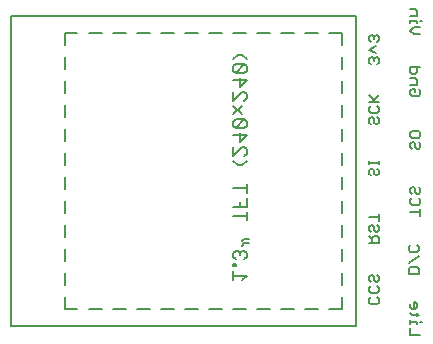
<source format=gbr>
G04 EAGLE Gerber RS-274X export*
G75*
%MOMM*%
%FSLAX34Y34*%
%LPD*%
%INSilkscreen Bottom*%
%IPPOS*%
%AMOC8*
5,1,8,0,0,1.08239X$1,22.5*%
G01*
%ADD10C,0.152400*%
%ADD11C,0.127000*%


D10*
X352940Y254762D02*
X347178Y254762D01*
X344297Y257643D01*
X347178Y260524D01*
X352940Y260524D01*
X350059Y264117D02*
X350059Y265558D01*
X344297Y265558D01*
X344297Y266998D02*
X344297Y264117D01*
X352940Y265558D02*
X354381Y265558D01*
X350059Y270354D02*
X344297Y270354D01*
X350059Y270354D02*
X350059Y274676D01*
X348619Y276116D01*
X344297Y276116D01*
X318015Y230677D02*
X316575Y229236D01*
X318015Y230677D02*
X318015Y233558D01*
X316575Y234999D01*
X315134Y234999D01*
X313694Y233558D01*
X313694Y232118D01*
X313694Y233558D02*
X312253Y234999D01*
X310813Y234999D01*
X309372Y233558D01*
X309372Y230677D01*
X310813Y229236D01*
X315134Y238592D02*
X309372Y241473D01*
X315134Y244354D01*
X316575Y247947D02*
X318015Y249387D01*
X318015Y252269D01*
X316575Y253709D01*
X315134Y253709D01*
X313694Y252269D01*
X313694Y250828D01*
X313694Y252269D02*
X312253Y253709D01*
X310813Y253709D01*
X309372Y252269D01*
X309372Y249387D01*
X310813Y247947D01*
X351500Y208329D02*
X352940Y206888D01*
X352940Y204007D01*
X351500Y202566D01*
X345738Y202566D01*
X344297Y204007D01*
X344297Y206888D01*
X345738Y208329D01*
X348619Y208329D01*
X348619Y205448D01*
X350059Y211922D02*
X344297Y211922D01*
X350059Y211922D02*
X350059Y216243D01*
X348619Y217684D01*
X344297Y217684D01*
X344297Y227039D02*
X352940Y227039D01*
X344297Y227039D02*
X344297Y222717D01*
X345738Y221277D01*
X348619Y221277D01*
X350059Y222717D01*
X350059Y227039D01*
X316575Y184199D02*
X318015Y182758D01*
X318015Y179877D01*
X316575Y178436D01*
X315134Y178436D01*
X313694Y179877D01*
X313694Y182758D01*
X312253Y184199D01*
X310813Y184199D01*
X309372Y182758D01*
X309372Y179877D01*
X310813Y178436D01*
X318015Y192113D02*
X316575Y193554D01*
X318015Y192113D02*
X318015Y189232D01*
X316575Y187792D01*
X310813Y187792D01*
X309372Y189232D01*
X309372Y192113D01*
X310813Y193554D01*
X309372Y197147D02*
X318015Y197147D01*
X312253Y197147D02*
X318015Y202909D01*
X313694Y198587D02*
X309372Y202909D01*
X351500Y163074D02*
X352940Y161633D01*
X352940Y158752D01*
X351500Y157312D01*
X350059Y157312D01*
X348619Y158752D01*
X348619Y161633D01*
X347178Y163074D01*
X345738Y163074D01*
X344297Y161633D01*
X344297Y158752D01*
X345738Y157312D01*
X352940Y168107D02*
X352940Y170989D01*
X352940Y168107D02*
X351500Y166667D01*
X345738Y166667D01*
X344297Y168107D01*
X344297Y170989D01*
X345738Y172429D01*
X351500Y172429D01*
X352940Y170989D01*
X318015Y139352D02*
X316575Y140792D01*
X318015Y139352D02*
X318015Y136471D01*
X316575Y135030D01*
X315134Y135030D01*
X313694Y136471D01*
X313694Y139352D01*
X312253Y140792D01*
X310813Y140792D01*
X309372Y139352D01*
X309372Y136471D01*
X310813Y135030D01*
X309372Y144385D02*
X309372Y147266D01*
X309372Y145826D02*
X318015Y145826D01*
X318015Y147266D02*
X318015Y144385D01*
X344297Y103848D02*
X352940Y103848D01*
X352940Y106729D02*
X352940Y100966D01*
X352940Y114643D02*
X351500Y116084D01*
X352940Y114643D02*
X352940Y111762D01*
X351500Y110322D01*
X345738Y110322D01*
X344297Y111762D01*
X344297Y114643D01*
X345738Y116084D01*
X352940Y123999D02*
X351500Y125439D01*
X352940Y123999D02*
X352940Y121117D01*
X351500Y119677D01*
X350059Y119677D01*
X348619Y121117D01*
X348619Y123999D01*
X347178Y125439D01*
X345738Y125439D01*
X344297Y123999D01*
X344297Y121117D01*
X345738Y119677D01*
X318015Y78106D02*
X309372Y78106D01*
X318015Y78106D02*
X318015Y82428D01*
X316575Y83869D01*
X313694Y83869D01*
X312253Y82428D01*
X312253Y78106D01*
X312253Y80988D02*
X309372Y83869D01*
X318015Y91783D02*
X316575Y93224D01*
X318015Y91783D02*
X318015Y88902D01*
X316575Y87462D01*
X315134Y87462D01*
X313694Y88902D01*
X313694Y91783D01*
X312253Y93224D01*
X310813Y93224D01*
X309372Y91783D01*
X309372Y88902D01*
X310813Y87462D01*
X309372Y99698D02*
X318015Y99698D01*
X318015Y96817D02*
X318015Y102579D01*
X343027Y51436D02*
X351670Y51436D01*
X343027Y51436D02*
X343027Y55758D01*
X344468Y57199D01*
X350230Y57199D01*
X351670Y55758D01*
X351670Y51436D01*
X343027Y60792D02*
X351670Y66554D01*
X351670Y74469D02*
X350230Y75909D01*
X351670Y74469D02*
X351670Y71587D01*
X350230Y70147D01*
X344468Y70147D01*
X343027Y71587D01*
X343027Y74469D01*
X344468Y75909D01*
X316575Y31799D02*
X318015Y30358D01*
X318015Y27477D01*
X316575Y26036D01*
X310813Y26036D01*
X309372Y27477D01*
X309372Y30358D01*
X310813Y31799D01*
X318015Y39713D02*
X316575Y41154D01*
X318015Y39713D02*
X318015Y36832D01*
X316575Y35392D01*
X310813Y35392D01*
X309372Y36832D01*
X309372Y39713D01*
X310813Y41154D01*
X318015Y49069D02*
X316575Y50509D01*
X318015Y49069D02*
X318015Y46187D01*
X316575Y44747D01*
X315134Y44747D01*
X313694Y46187D01*
X313694Y49069D01*
X312253Y50509D01*
X310813Y50509D01*
X309372Y49069D01*
X309372Y46187D01*
X310813Y44747D01*
X344297Y58D02*
X352940Y58D01*
X344297Y58D02*
X344297Y5820D01*
X350059Y9413D02*
X350059Y10854D01*
X344297Y10854D01*
X344297Y12294D02*
X344297Y9413D01*
X352940Y10854D02*
X354381Y10854D01*
X351500Y17091D02*
X345738Y17091D01*
X344297Y18531D01*
X350059Y18531D02*
X350059Y15650D01*
X344297Y23327D02*
X344297Y26208D01*
X344297Y23327D02*
X345738Y21887D01*
X348619Y21887D01*
X350059Y23327D01*
X350059Y26208D01*
X348619Y27649D01*
X347178Y27649D01*
X347178Y21887D01*
D11*
X298770Y7955D02*
X298770Y269955D01*
X6370Y269955D01*
X6370Y7955D01*
X298770Y7955D01*
X286270Y21955D02*
X286270Y32288D01*
X286270Y42288D02*
X286270Y52622D01*
X286270Y62622D02*
X286270Y72955D01*
X286270Y82955D02*
X286270Y93288D01*
X286270Y103288D02*
X286270Y113622D01*
X286270Y123622D02*
X286270Y133955D01*
X286270Y143955D02*
X286270Y154288D01*
X286270Y164288D02*
X286270Y174622D01*
X286270Y184622D02*
X286270Y194955D01*
X286270Y204955D02*
X286270Y215288D01*
X286270Y225288D02*
X286270Y235622D01*
X286270Y245622D02*
X286270Y255955D01*
X275937Y255955D01*
X265937Y255955D02*
X255603Y255955D01*
X245603Y255955D02*
X235270Y255955D01*
X225270Y255955D02*
X214937Y255955D01*
X204937Y255955D02*
X194603Y255955D01*
X184603Y255955D02*
X174270Y255955D01*
X164270Y255955D02*
X153937Y255955D01*
X143937Y255955D02*
X133603Y255955D01*
X123603Y255955D02*
X113270Y255955D01*
X103270Y255955D02*
X92937Y255955D01*
X82937Y255955D02*
X72603Y255955D01*
X62603Y255955D02*
X52270Y255955D01*
X52270Y245622D01*
X52270Y235622D02*
X52270Y225288D01*
X52270Y215288D02*
X52270Y204955D01*
X52270Y194955D02*
X52270Y184622D01*
X52270Y174622D02*
X52270Y164288D01*
X52270Y154288D02*
X52270Y143955D01*
X52270Y133955D02*
X52270Y123622D01*
X52270Y113622D02*
X52270Y103288D01*
X52270Y93288D02*
X52270Y82955D01*
X52270Y72955D02*
X52270Y62622D01*
X52270Y52622D02*
X52270Y42288D01*
X52270Y32288D02*
X52270Y21955D01*
X62603Y21955D01*
X72603Y21955D02*
X82937Y21955D01*
X92937Y21955D02*
X103270Y21955D01*
X113270Y21955D02*
X123603Y21955D01*
X133603Y21955D02*
X143937Y21955D01*
X153937Y21955D02*
X164270Y21955D01*
X174270Y21955D02*
X184603Y21955D01*
X194603Y21955D02*
X204937Y21955D01*
X214937Y21955D02*
X225270Y21955D01*
X235270Y21955D02*
X245603Y21955D01*
X255603Y21955D02*
X265937Y21955D01*
X275937Y21955D02*
X286270Y21955D01*
D10*
X205868Y50096D02*
X202139Y46367D01*
X205868Y50096D02*
X194682Y50096D01*
X194682Y53824D02*
X194682Y46367D01*
X194682Y58061D02*
X196546Y58061D01*
X196546Y59925D01*
X194682Y59925D01*
X194682Y58061D01*
X204003Y63908D02*
X205868Y65772D01*
X205868Y69501D01*
X204003Y71365D01*
X202139Y71365D01*
X200275Y69501D01*
X200275Y67637D01*
X200275Y69501D02*
X198411Y71365D01*
X196546Y71365D01*
X194682Y69501D01*
X194682Y65772D01*
X196546Y63908D01*
X204003Y77466D02*
X207732Y77466D01*
X204003Y77466D02*
X202139Y75602D01*
X204003Y81195D02*
X207732Y81195D01*
X204003Y81195D02*
X202139Y79330D01*
X205868Y100769D02*
X194682Y100769D01*
X205868Y97041D02*
X205868Y104498D01*
X205868Y108735D02*
X194682Y108735D01*
X205868Y108735D02*
X205868Y116192D01*
X200275Y112463D02*
X200275Y108735D01*
X194682Y124157D02*
X205868Y124157D01*
X205868Y120429D02*
X205868Y127886D01*
X198411Y143817D02*
X194682Y147545D01*
X198411Y143817D02*
X202139Y143817D01*
X205868Y147545D01*
X194682Y151613D02*
X194682Y159070D01*
X194682Y151613D02*
X202139Y159070D01*
X204003Y159070D01*
X205868Y157206D01*
X205868Y153477D01*
X204003Y151613D01*
X205868Y168899D02*
X194682Y168899D01*
X200275Y163307D02*
X205868Y168899D01*
X200275Y170764D02*
X200275Y163307D01*
X204003Y175001D02*
X196546Y175001D01*
X204003Y175001D02*
X205868Y176865D01*
X205868Y180593D01*
X204003Y182458D01*
X196546Y182458D01*
X194682Y180593D01*
X194682Y176865D01*
X196546Y175001D01*
X204003Y182458D01*
X202139Y186695D02*
X194682Y194152D01*
X194682Y186695D02*
X202139Y194152D01*
X194682Y198389D02*
X194682Y205846D01*
X194682Y198389D02*
X202139Y205846D01*
X204003Y205846D01*
X205868Y203981D01*
X205868Y200253D01*
X204003Y198389D01*
X205868Y215675D02*
X194682Y215675D01*
X200275Y210083D02*
X205868Y215675D01*
X200275Y217540D02*
X200275Y210083D01*
X204003Y221777D02*
X196546Y221777D01*
X204003Y221777D02*
X205868Y223641D01*
X205868Y227369D01*
X204003Y229234D01*
X196546Y229234D01*
X194682Y227369D01*
X194682Y223641D01*
X196546Y221777D01*
X204003Y229234D01*
X198411Y237199D02*
X194682Y233471D01*
X198411Y237199D02*
X202139Y237199D01*
X205868Y233471D01*
M02*

</source>
